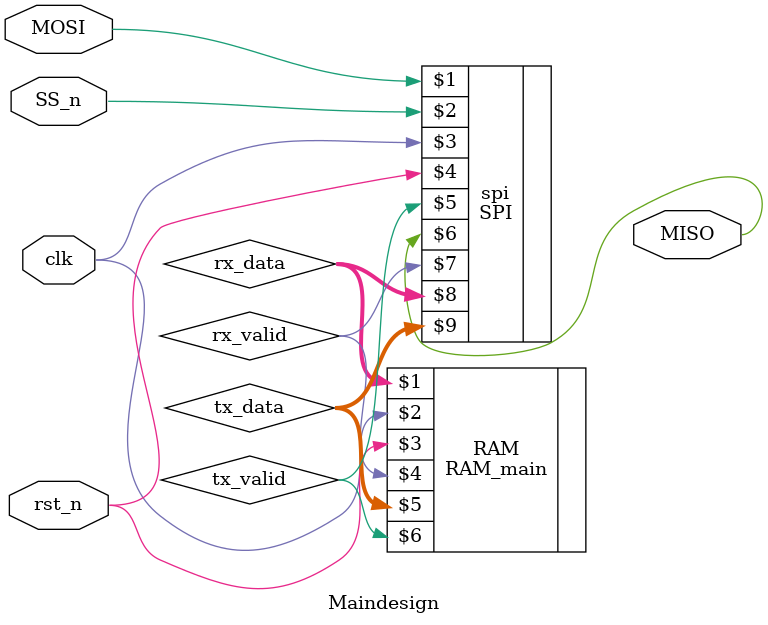
<source format=v>
module Maindesign(MOSI,SS_n,clk,rst_n,MISO);
 input MOSI,SS_n,clk,rst_n;
 output MISO;
 wire [9:0] rx_data;
 wire [7:0] tx_data;
 wire rx_valid, tx_valid;
 
 SPI    spi(MOSI, SS_n, clk, rst_n, tx_valid,MISO,rx_valid,rx_data,tx_data);
 
RAM_main    RAM(rx_data,clk,rst_n,rx_valid,tx_data,tx_valid);

endmodule
</source>
